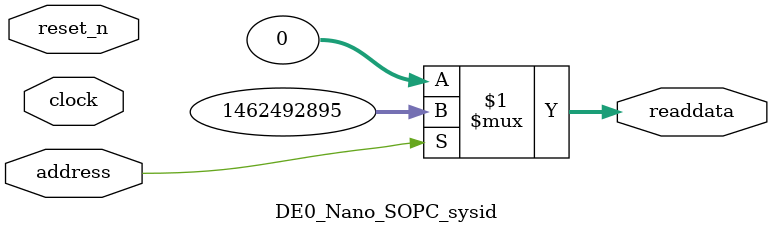
<source format=v>



// synthesis translate_off
`timescale 1ns / 1ps
// synthesis translate_on

// turn off superfluous verilog processor warnings 
// altera message_level Level1 
// altera message_off 10034 10035 10036 10037 10230 10240 10030 

module DE0_Nano_SOPC_sysid (
               // inputs:
                address,
                clock,
                reset_n,

               // outputs:
                readdata
             )
;

  output  [ 31: 0] readdata;
  input            address;
  input            clock;
  input            reset_n;

  wire    [ 31: 0] readdata;
  //control_slave, which is an e_avalon_slave
  assign readdata = address ? 1462492895 : 0;

endmodule




</source>
